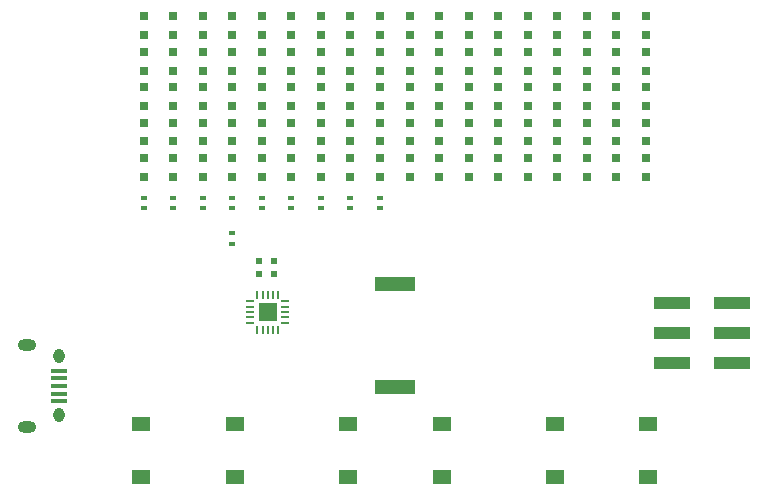
<source format=gbr>
G04 #@! TF.GenerationSoftware,KiCad,Pcbnew,(5.0.0)*
G04 #@! TF.CreationDate,2018-10-16T17:34:38+02:00*
G04 #@! TF.ProjectId,B-timer,422D74696D65722E6B696361645F7063,rev?*
G04 #@! TF.SameCoordinates,Original*
G04 #@! TF.FileFunction,Soldermask,Top*
G04 #@! TF.FilePolarity,Negative*
%FSLAX46Y46*%
G04 Gerber Fmt 4.6, Leading zero omitted, Abs format (unit mm)*
G04 Created by KiCad (PCBNEW (5.0.0)) date 10/16/18 17:34:38*
%MOMM*%
%LPD*%
G01*
G04 APERTURE LIST*
%ADD10R,0.600000X0.400000*%
%ADD11O,1.550000X1.000000*%
%ADD12O,0.950000X1.250000*%
%ADD13R,1.350000X0.400000*%
%ADD14R,3.400000X1.300000*%
%ADD15R,0.800000X0.800000*%
%ADD16R,3.150000X1.000000*%
%ADD17R,1.550000X1.300000*%
%ADD18R,0.700000X0.220000*%
%ADD19R,0.220000X0.700000*%
%ADD20R,1.650000X1.650000*%
%ADD21R,0.500000X0.600000*%
G04 APERTURE END LIST*
D10*
G04 #@! TO.C,R7*
X123750000Y-74450000D03*
X123750000Y-73550000D03*
G04 #@! TD*
D11*
G04 #@! TO.C,J1*
X101400000Y-93000000D03*
X101400000Y-86000000D03*
D12*
X104100000Y-92000000D03*
X104100000Y-87000000D03*
D13*
X104100000Y-90800000D03*
X104100000Y-90150000D03*
X104100000Y-89500000D03*
X104100000Y-88850000D03*
X104100000Y-88200000D03*
G04 #@! TD*
D14*
G04 #@! TO.C,BZ1*
X132500000Y-89600000D03*
X132500000Y-80900000D03*
G04 #@! TD*
D15*
G04 #@! TO.C,D1*
X111250000Y-58200000D03*
X111250000Y-59800000D03*
G04 #@! TD*
G04 #@! TO.C,D2*
X113750000Y-58200000D03*
X113750000Y-59800000D03*
G04 #@! TD*
G04 #@! TO.C,D3*
X116250000Y-59800000D03*
X116250000Y-58200000D03*
G04 #@! TD*
G04 #@! TO.C,D4*
X118750000Y-59800000D03*
X118750000Y-58200000D03*
G04 #@! TD*
G04 #@! TO.C,D5*
X121250000Y-58200000D03*
X121250000Y-59800000D03*
G04 #@! TD*
G04 #@! TO.C,D6*
X123750000Y-59800000D03*
X123750000Y-58200000D03*
G04 #@! TD*
G04 #@! TO.C,D7*
X126250000Y-58200000D03*
X126250000Y-59800000D03*
G04 #@! TD*
G04 #@! TO.C,D8*
X128750000Y-59800000D03*
X128750000Y-58200000D03*
G04 #@! TD*
G04 #@! TO.C,D9*
X131250000Y-58200000D03*
X131250000Y-59800000D03*
G04 #@! TD*
G04 #@! TO.C,D10*
X111250000Y-62800000D03*
X111250000Y-61200000D03*
G04 #@! TD*
G04 #@! TO.C,D11*
X113750000Y-61200000D03*
X113750000Y-62800000D03*
G04 #@! TD*
G04 #@! TO.C,D12*
X116250000Y-62800000D03*
X116250000Y-61200000D03*
G04 #@! TD*
G04 #@! TO.C,D13*
X118750000Y-61200000D03*
X118750000Y-62800000D03*
G04 #@! TD*
G04 #@! TO.C,D14*
X121250000Y-62800000D03*
X121250000Y-61200000D03*
G04 #@! TD*
G04 #@! TO.C,D15*
X123750000Y-61200000D03*
X123750000Y-62800000D03*
G04 #@! TD*
G04 #@! TO.C,D16*
X126250000Y-62800000D03*
X126250000Y-61200000D03*
G04 #@! TD*
G04 #@! TO.C,D17*
X128750000Y-62800000D03*
X128750000Y-61200000D03*
G04 #@! TD*
G04 #@! TO.C,D18*
X131250000Y-61200000D03*
X131250000Y-62800000D03*
G04 #@! TD*
G04 #@! TO.C,D19*
X111250000Y-64200000D03*
X111250000Y-65800000D03*
G04 #@! TD*
G04 #@! TO.C,D20*
X113750000Y-65800000D03*
X113750000Y-64200000D03*
G04 #@! TD*
G04 #@! TO.C,D21*
X116250000Y-64200000D03*
X116250000Y-65800000D03*
G04 #@! TD*
G04 #@! TO.C,D22*
X118750000Y-65800000D03*
X118750000Y-64200000D03*
G04 #@! TD*
G04 #@! TO.C,D23*
X121250000Y-64200000D03*
X121250000Y-65800000D03*
G04 #@! TD*
G04 #@! TO.C,D24*
X123750000Y-65800000D03*
X123750000Y-64200000D03*
G04 #@! TD*
G04 #@! TO.C,D25*
X126250000Y-64200000D03*
X126250000Y-65800000D03*
G04 #@! TD*
G04 #@! TO.C,D26*
X128750000Y-65800000D03*
X128750000Y-64200000D03*
G04 #@! TD*
G04 #@! TO.C,D27*
X131250000Y-64200000D03*
X131250000Y-65800000D03*
G04 #@! TD*
G04 #@! TO.C,D28*
X111250000Y-68800000D03*
X111250000Y-67200000D03*
G04 #@! TD*
G04 #@! TO.C,D29*
X113750000Y-67200000D03*
X113750000Y-68800000D03*
G04 #@! TD*
G04 #@! TO.C,D30*
X116250000Y-68800000D03*
X116250000Y-67200000D03*
G04 #@! TD*
G04 #@! TO.C,D31*
X118750000Y-67200000D03*
X118750000Y-68800000D03*
G04 #@! TD*
G04 #@! TO.C,D32*
X121250000Y-68800000D03*
X121250000Y-67200000D03*
G04 #@! TD*
G04 #@! TO.C,D33*
X123750000Y-68800000D03*
X123750000Y-67200000D03*
G04 #@! TD*
G04 #@! TO.C,D34*
X126250000Y-68800000D03*
X126250000Y-67200000D03*
G04 #@! TD*
G04 #@! TO.C,D35*
X128750000Y-68800000D03*
X128750000Y-67200000D03*
G04 #@! TD*
G04 #@! TO.C,D36*
X131250000Y-67200000D03*
X131250000Y-68800000D03*
G04 #@! TD*
G04 #@! TO.C,D37*
X111250000Y-70200000D03*
X111250000Y-71800000D03*
G04 #@! TD*
G04 #@! TO.C,D38*
X113750000Y-71800000D03*
X113750000Y-70200000D03*
G04 #@! TD*
G04 #@! TO.C,D39*
X116250000Y-70200000D03*
X116250000Y-71800000D03*
G04 #@! TD*
G04 #@! TO.C,D40*
X118750000Y-71800000D03*
X118750000Y-70200000D03*
G04 #@! TD*
G04 #@! TO.C,D41*
X121250000Y-70200000D03*
X121250000Y-71800000D03*
G04 #@! TD*
G04 #@! TO.C,D42*
X123750000Y-70200000D03*
X123750000Y-71800000D03*
G04 #@! TD*
G04 #@! TO.C,D43*
X126250000Y-70200000D03*
X126250000Y-71800000D03*
G04 #@! TD*
G04 #@! TO.C,D44*
X128750000Y-71800000D03*
X128750000Y-70200000D03*
G04 #@! TD*
G04 #@! TO.C,D45*
X131250000Y-70200000D03*
X131250000Y-71800000D03*
G04 #@! TD*
G04 #@! TO.C,D46*
X133750000Y-59800000D03*
X133750000Y-58200000D03*
G04 #@! TD*
G04 #@! TO.C,D47*
X136250000Y-58200000D03*
X136250000Y-59800000D03*
G04 #@! TD*
G04 #@! TO.C,D48*
X138750000Y-59800000D03*
X138750000Y-58200000D03*
G04 #@! TD*
G04 #@! TO.C,D49*
X141250000Y-58200000D03*
X141250000Y-59800000D03*
G04 #@! TD*
G04 #@! TO.C,D50*
X143750000Y-59800000D03*
X143750000Y-58200000D03*
G04 #@! TD*
G04 #@! TO.C,D51*
X146250000Y-59800000D03*
X146250000Y-58200000D03*
G04 #@! TD*
G04 #@! TO.C,D52*
X148750000Y-58200000D03*
X148750000Y-59800000D03*
G04 #@! TD*
G04 #@! TO.C,D53*
X151250000Y-59800000D03*
X151250000Y-58200000D03*
G04 #@! TD*
G04 #@! TO.C,D54*
X153750000Y-58200000D03*
X153750000Y-59800000D03*
G04 #@! TD*
G04 #@! TO.C,D55*
X133750000Y-61200000D03*
X133750000Y-62800000D03*
G04 #@! TD*
G04 #@! TO.C,D56*
X136250000Y-62800000D03*
X136250000Y-61200000D03*
G04 #@! TD*
G04 #@! TO.C,D57*
X138750000Y-61200000D03*
X138750000Y-62800000D03*
G04 #@! TD*
G04 #@! TO.C,D58*
X141250000Y-62800000D03*
X141250000Y-61200000D03*
G04 #@! TD*
G04 #@! TO.C,D59*
X143750000Y-61200000D03*
X143750000Y-62800000D03*
G04 #@! TD*
G04 #@! TO.C,D60*
X146250000Y-62800000D03*
X146250000Y-61200000D03*
G04 #@! TD*
G04 #@! TO.C,D61*
X148750000Y-61200000D03*
X148750000Y-62800000D03*
G04 #@! TD*
G04 #@! TO.C,D62*
X151250000Y-62800000D03*
X151250000Y-61200000D03*
G04 #@! TD*
G04 #@! TO.C,D63*
X153750000Y-61200000D03*
X153750000Y-62800000D03*
G04 #@! TD*
G04 #@! TO.C,D64*
X133750000Y-65800000D03*
X133750000Y-64200000D03*
G04 #@! TD*
G04 #@! TO.C,D65*
X136250000Y-64200000D03*
X136250000Y-65800000D03*
G04 #@! TD*
G04 #@! TO.C,D66*
X138750000Y-65800000D03*
X138750000Y-64200000D03*
G04 #@! TD*
G04 #@! TO.C,D67*
X141250000Y-64200000D03*
X141250000Y-65800000D03*
G04 #@! TD*
G04 #@! TO.C,D68*
X143750000Y-65800000D03*
X143750000Y-64200000D03*
G04 #@! TD*
G04 #@! TO.C,D69*
X146250000Y-64200000D03*
X146250000Y-65800000D03*
G04 #@! TD*
G04 #@! TO.C,D70*
X148750000Y-65800000D03*
X148750000Y-64200000D03*
G04 #@! TD*
G04 #@! TO.C,D71*
X151250000Y-65800000D03*
X151250000Y-64200000D03*
G04 #@! TD*
G04 #@! TO.C,D72*
X153750000Y-64200000D03*
X153750000Y-65800000D03*
G04 #@! TD*
G04 #@! TO.C,D73*
X133750000Y-67200000D03*
X133750000Y-68800000D03*
G04 #@! TD*
G04 #@! TO.C,D74*
X136250000Y-68800000D03*
X136250000Y-67200000D03*
G04 #@! TD*
G04 #@! TO.C,D75*
X138750000Y-67200000D03*
X138750000Y-68800000D03*
G04 #@! TD*
G04 #@! TO.C,D76*
X141250000Y-68800000D03*
X141250000Y-67200000D03*
G04 #@! TD*
G04 #@! TO.C,D77*
X143750000Y-67200000D03*
X143750000Y-68800000D03*
G04 #@! TD*
G04 #@! TO.C,D78*
X146250000Y-67200000D03*
X146250000Y-68800000D03*
G04 #@! TD*
G04 #@! TO.C,D79*
X148750000Y-68800000D03*
X148750000Y-67200000D03*
G04 #@! TD*
G04 #@! TO.C,D80*
X151250000Y-68800000D03*
X151250000Y-67200000D03*
G04 #@! TD*
G04 #@! TO.C,D81*
X153750000Y-68800000D03*
X153750000Y-67200000D03*
G04 #@! TD*
G04 #@! TO.C,D82*
X133750000Y-70200000D03*
X133750000Y-71800000D03*
G04 #@! TD*
G04 #@! TO.C,D83*
X136250000Y-71800000D03*
X136250000Y-70200000D03*
G04 #@! TD*
G04 #@! TO.C,D84*
X138750000Y-70200000D03*
X138750000Y-71800000D03*
G04 #@! TD*
G04 #@! TO.C,D85*
X141250000Y-71800000D03*
X141250000Y-70200000D03*
G04 #@! TD*
G04 #@! TO.C,D86*
X143750000Y-70200000D03*
X143750000Y-71800000D03*
G04 #@! TD*
G04 #@! TO.C,D87*
X146250000Y-71800000D03*
X146250000Y-70200000D03*
G04 #@! TD*
G04 #@! TO.C,D88*
X148750000Y-70200000D03*
X148750000Y-71800000D03*
G04 #@! TD*
G04 #@! TO.C,D89*
X151250000Y-71800000D03*
X151250000Y-70200000D03*
G04 #@! TD*
G04 #@! TO.C,D90*
X153750000Y-70200000D03*
X153750000Y-71800000D03*
G04 #@! TD*
D16*
G04 #@! TO.C,J2*
X161025000Y-87540000D03*
X155975000Y-87540000D03*
X161025000Y-85000000D03*
X155975000Y-85000000D03*
X161025000Y-82460000D03*
X155975000Y-82460000D03*
G04 #@! TD*
D10*
G04 #@! TO.C,R1*
X111250000Y-73550000D03*
X111250000Y-74450000D03*
G04 #@! TD*
G04 #@! TO.C,R2*
X113750000Y-74450000D03*
X113750000Y-73550000D03*
G04 #@! TD*
G04 #@! TO.C,R3*
X116250000Y-73550000D03*
X116250000Y-74450000D03*
G04 #@! TD*
G04 #@! TO.C,R4*
X118750000Y-74450000D03*
X118750000Y-73550000D03*
G04 #@! TD*
G04 #@! TO.C,R5*
X118750000Y-76550000D03*
X118750000Y-77450000D03*
G04 #@! TD*
G04 #@! TO.C,R6*
X121250000Y-74450000D03*
X121250000Y-73550000D03*
G04 #@! TD*
G04 #@! TO.C,R8*
X126250000Y-73550000D03*
X126250000Y-74450000D03*
G04 #@! TD*
G04 #@! TO.C,R9*
X128750000Y-74450000D03*
X128750000Y-73550000D03*
G04 #@! TD*
G04 #@! TO.C,R10*
X131250000Y-73550000D03*
X131250000Y-74450000D03*
G04 #@! TD*
D17*
G04 #@! TO.C,SW1*
X118975000Y-97250000D03*
X111025000Y-97250000D03*
X118975000Y-92750000D03*
X111025000Y-92750000D03*
G04 #@! TD*
G04 #@! TO.C,SW2*
X128525000Y-92750000D03*
X136475000Y-92750000D03*
X128525000Y-97250000D03*
X136475000Y-97250000D03*
G04 #@! TD*
G04 #@! TO.C,SW3*
X146025000Y-92750000D03*
X153975000Y-92750000D03*
X146025000Y-97250000D03*
X153975000Y-97250000D03*
G04 #@! TD*
D18*
G04 #@! TO.C,U1*
X120275000Y-82350000D03*
X120275000Y-82800000D03*
X120275000Y-83250000D03*
X120275000Y-83700000D03*
X120275000Y-84150000D03*
D19*
X120850000Y-84725000D03*
X121300000Y-84725000D03*
X121750000Y-84725000D03*
X122200000Y-84725000D03*
X122650000Y-84725000D03*
D18*
X123225000Y-84150000D03*
X123225000Y-83700000D03*
X123225000Y-83250000D03*
X123225000Y-82800000D03*
X123225000Y-82350000D03*
D19*
X122650000Y-81775000D03*
X122200000Y-81775000D03*
X121750000Y-81775000D03*
X121300000Y-81775000D03*
X120850000Y-81775000D03*
D20*
X121750000Y-83250000D03*
G04 #@! TD*
D21*
G04 #@! TO.C,C1*
X121000000Y-80050000D03*
X121000000Y-78950000D03*
G04 #@! TD*
G04 #@! TO.C,C2*
X122250000Y-78950000D03*
X122250000Y-80050000D03*
G04 #@! TD*
M02*

</source>
